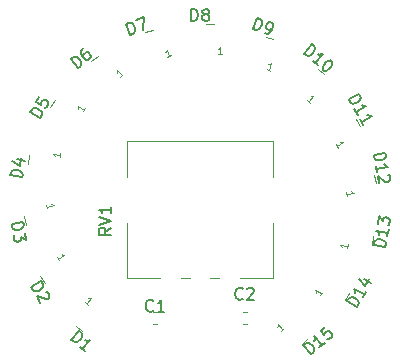
<source format=gbr>
%TF.GenerationSoftware,KiCad,Pcbnew,(5.1.6)-1*%
%TF.CreationDate,2021-02-02T19:23:23-08:00*%
%TF.ProjectId,DH_LEDRing,44485f4c-4544-4526-996e-672e6b696361,rev?*%
%TF.SameCoordinates,Original*%
%TF.FileFunction,Legend,Top*%
%TF.FilePolarity,Positive*%
%FSLAX46Y46*%
G04 Gerber Fmt 4.6, Leading zero omitted, Abs format (unit mm)*
G04 Created by KiCad (PCBNEW (5.1.6)-1) date 2021-02-02 19:23:23*
%MOMM*%
%LPD*%
G01*
G04 APERTURE LIST*
%ADD10C,0.120000*%
%ADD11C,0.150000*%
%ADD12C,0.100000*%
G04 APERTURE END LIST*
D10*
%TO.C,D5*%
X119696221Y-55510770D02*
X119346221Y-56116987D01*
%TO.C,D2*%
X118496221Y-70410770D02*
X118846221Y-71016987D01*
%TO.C,RV1*%
X125830000Y-70620000D02*
X125830000Y-65954000D01*
X125830000Y-62045000D02*
X125830000Y-59030000D01*
X138170000Y-70620000D02*
X138170000Y-65954000D01*
X138170000Y-62045000D02*
X138170000Y-59030000D01*
X125830000Y-70620000D02*
X128629000Y-70620000D01*
X130371000Y-70620000D02*
X131130000Y-70620000D01*
X132871000Y-70620000D02*
X133630000Y-70620000D01*
X135370000Y-70620000D02*
X138170000Y-70620000D01*
X125830000Y-59030000D02*
X138170000Y-59030000D01*
%TO.C,D15*%
X140658282Y-76185407D02*
X141194513Y-75735456D01*
%TO.C,D14*%
X144303779Y-72489230D02*
X144653779Y-71883013D01*
%TO.C,D13*%
X146563738Y-67786492D02*
X146685292Y-67097126D01*
%TO.C,D12*%
X146882014Y-62594412D02*
X146760460Y-61905046D01*
%TO.C,D11*%
X145578779Y-57719134D02*
X145228779Y-57112917D01*
%TO.C,D10*%
X142496789Y-53357283D02*
X141960558Y-52907332D01*
%TO.C,D9*%
X138223731Y-50409005D02*
X137565947Y-50169590D01*
%TO.C,D8*%
X133200000Y-49100000D02*
X132500000Y-49100000D01*
%TO.C,D7*%
X128031531Y-49588156D02*
X127373746Y-49827570D01*
%TO.C,D6*%
X123341718Y-51814593D02*
X122805487Y-52264544D01*
%TO.C,D4*%
X117534742Y-60230873D02*
X117413188Y-60920239D01*
%TO.C,D3*%
X117117986Y-65405588D02*
X117239540Y-66094954D01*
%TO.C,D1*%
X121503211Y-74642717D02*
X122039442Y-75092668D01*
%TO.C,C2*%
X135950279Y-73490000D02*
X135624721Y-73490000D01*
X135950279Y-74510000D02*
X135624721Y-74510000D01*
%TO.C,C1*%
X128049721Y-74510000D02*
X128375279Y-74510000D01*
X128049721Y-73490000D02*
X128375279Y-73490000D01*
%TO.C,D5*%
D11*
X118504068Y-57060399D02*
X117638043Y-56560399D01*
X117757090Y-56354203D01*
X117869758Y-56254294D01*
X117999856Y-56219435D01*
X118106144Y-56225814D01*
X118294911Y-56279813D01*
X118418629Y-56351242D01*
X118559777Y-56487719D01*
X118618446Y-56576578D01*
X118653305Y-56706675D01*
X118623116Y-56854203D01*
X118504068Y-57060399D01*
X118376138Y-55281981D02*
X118138043Y-55694374D01*
X118526626Y-55973708D01*
X118509197Y-55908660D01*
X118515576Y-55802371D01*
X118634624Y-55596175D01*
X118723482Y-55537506D01*
X118788531Y-55520076D01*
X118894819Y-55526456D01*
X119101016Y-55645503D01*
X119159685Y-55734362D01*
X119177115Y-55799411D01*
X119170735Y-55905699D01*
X119051687Y-56111895D01*
X118962829Y-56170564D01*
X118897780Y-56187994D01*
D12*
X122258858Y-56215009D02*
X122087429Y-56511932D01*
X122173144Y-56363471D02*
X121653528Y-56063471D01*
X121699188Y-56155815D01*
X121720103Y-56233874D01*
X121716276Y-56297647D01*
%TO.C,D2*%
D11*
X117720521Y-71391981D02*
X118586547Y-70891981D01*
X118705595Y-71098177D01*
X118735784Y-71245705D01*
X118700924Y-71375802D01*
X118642255Y-71464661D01*
X118501107Y-71601138D01*
X118377390Y-71672567D01*
X118188623Y-71726565D01*
X118082335Y-71732945D01*
X117952237Y-71698086D01*
X117839569Y-71598177D01*
X117720521Y-71391981D01*
X118980259Y-71764386D02*
X119045308Y-71781816D01*
X119134166Y-71840485D01*
X119253214Y-72046681D01*
X119259593Y-72152969D01*
X119242164Y-72218018D01*
X119183494Y-72306877D01*
X119101016Y-72354496D01*
X118953488Y-72384685D01*
X118172902Y-72175528D01*
X118482426Y-72711639D01*
D12*
X120088730Y-69111932D02*
X119917301Y-68815009D01*
X120003015Y-68963471D02*
X120522631Y-68663471D01*
X120419829Y-68656841D01*
X120341770Y-68635925D01*
X120288455Y-68600724D01*
%TO.C,RV1*%
D11*
X124452380Y-66370238D02*
X123976190Y-66703571D01*
X124452380Y-66941666D02*
X123452380Y-66941666D01*
X123452380Y-66560714D01*
X123500000Y-66465476D01*
X123547619Y-66417857D01*
X123642857Y-66370238D01*
X123785714Y-66370238D01*
X123880952Y-66417857D01*
X123928571Y-66465476D01*
X123976190Y-66560714D01*
X123976190Y-66941666D01*
X123452380Y-66084523D02*
X124452380Y-65751190D01*
X123452380Y-65417857D01*
X124452380Y-64560714D02*
X124452380Y-65132142D01*
X124452380Y-64846428D02*
X123452380Y-64846428D01*
X123595238Y-64941666D01*
X123690476Y-65036904D01*
X123738095Y-65132142D01*
%TO.C,D15*%
X141394503Y-77085025D02*
X140751715Y-76318981D01*
X140934106Y-76165936D01*
X141074150Y-76110588D01*
X141208325Y-76122326D01*
X141306021Y-76164674D01*
X141464935Y-76279978D01*
X141556762Y-76389413D01*
X141642719Y-76565935D01*
X141667459Y-76669501D01*
X141655720Y-76803675D01*
X141576894Y-76931981D01*
X141394503Y-77085025D01*
X142561808Y-76105539D02*
X142124069Y-76472847D01*
X142342939Y-76289193D02*
X141700151Y-75523149D01*
X141719021Y-75693801D01*
X141707282Y-75827976D01*
X141664935Y-75925672D01*
X142612109Y-74757925D02*
X142247326Y-75064014D01*
X142516937Y-75459406D01*
X142522806Y-75392319D01*
X142565154Y-75294623D01*
X142747545Y-75141578D01*
X142851111Y-75116839D01*
X142918198Y-75122708D01*
X143015894Y-75165056D01*
X143168939Y-75347447D01*
X143193678Y-75451013D01*
X143187809Y-75518100D01*
X143145461Y-75615796D01*
X142963070Y-75768841D01*
X142859504Y-75793581D01*
X142792417Y-75787711D01*
D12*
X139102641Y-74842633D02*
X138839998Y-75063017D01*
X138971319Y-74952825D02*
X138585647Y-74493198D01*
X138596969Y-74595590D01*
X138589926Y-74676095D01*
X138564517Y-74734712D01*
%TO.C,D14*%
D11*
X145303287Y-73082792D02*
X144437262Y-72582792D01*
X144556309Y-72376596D01*
X144668977Y-72276687D01*
X144799075Y-72241828D01*
X144905363Y-72248208D01*
X145094130Y-72302206D01*
X145217848Y-72373635D01*
X145358995Y-72510112D01*
X145417664Y-72598971D01*
X145452524Y-72729068D01*
X145422335Y-72876596D01*
X145303287Y-73082792D01*
X146065192Y-71763134D02*
X145779478Y-72258006D01*
X145922335Y-72010570D02*
X145056309Y-71510570D01*
X145132408Y-71664478D01*
X145167268Y-71794575D01*
X145160888Y-71900863D01*
X145916413Y-70687494D02*
X146493763Y-71020827D01*
X145467451Y-70703214D02*
X145966993Y-71266553D01*
X146276517Y-70730442D01*
D12*
X142382698Y-71759495D02*
X142211269Y-72056418D01*
X142296984Y-71907957D02*
X141777368Y-71607957D01*
X141823028Y-71700301D01*
X141843943Y-71778360D01*
X141840116Y-71842133D01*
%TO.C,D13*%
D11*
X147705978Y-68002406D02*
X146721171Y-67828757D01*
X146762515Y-67594279D01*
X146834218Y-67461862D01*
X146944547Y-67384608D01*
X147046607Y-67354251D01*
X147242459Y-67340431D01*
X147383145Y-67365238D01*
X147562459Y-67445209D01*
X147647981Y-67508643D01*
X147725234Y-67618972D01*
X147747323Y-67767928D01*
X147705978Y-68002406D01*
X147970585Y-66501746D02*
X147871357Y-67064493D01*
X147920971Y-66783120D02*
X146936163Y-66609472D01*
X147060312Y-66728070D01*
X147137566Y-66838399D01*
X147167923Y-66940459D01*
X147043660Y-65999829D02*
X147151156Y-65390186D01*
X147468439Y-65784607D01*
X147493245Y-65643920D01*
X147556679Y-65558398D01*
X147611844Y-65519771D01*
X147713904Y-65489413D01*
X147948382Y-65530758D01*
X148033904Y-65594192D01*
X148072531Y-65649356D01*
X148102888Y-65751416D01*
X148053275Y-66032790D01*
X147989841Y-66118312D01*
X147934677Y-66156939D01*
D12*
X144508929Y-67757813D02*
X144449392Y-68095462D01*
X144479160Y-67926638D02*
X143888276Y-67822449D01*
X143962765Y-67893608D01*
X144009117Y-67959805D01*
X144027332Y-68021041D01*
%TO.C,D12*%
D11*
X146716482Y-60172069D02*
X147701289Y-59998420D01*
X147742634Y-60232899D01*
X147720546Y-60381854D01*
X147643292Y-60492183D01*
X147557770Y-60555617D01*
X147378457Y-60635588D01*
X147237770Y-60660395D01*
X147041918Y-60646576D01*
X146939858Y-60616218D01*
X146829529Y-60538965D01*
X146757827Y-60406547D01*
X146716482Y-60172069D01*
X146981088Y-61672728D02*
X146881861Y-61109981D01*
X146931475Y-61391354D02*
X147916282Y-61217706D01*
X147759058Y-61148722D01*
X147648729Y-61071469D01*
X147585295Y-60985946D01*
X147938257Y-61890783D02*
X147993421Y-61929409D01*
X148056855Y-62014932D01*
X148098200Y-62249410D01*
X148067842Y-62351470D01*
X148029215Y-62406634D01*
X147943693Y-62470068D01*
X147849902Y-62486606D01*
X147700946Y-62464517D01*
X147038971Y-62000997D01*
X147146468Y-62610640D01*
D12*
X144466243Y-63702164D02*
X144406706Y-63364515D01*
X144436475Y-63533340D02*
X145027359Y-63429151D01*
X144933024Y-63387760D01*
X144866827Y-63341408D01*
X144828767Y-63290095D01*
%TO.C,D11*%
D11*
X144594740Y-55499492D02*
X145460766Y-54999492D01*
X145579813Y-55205688D01*
X145610003Y-55353216D01*
X145575143Y-55483313D01*
X145516474Y-55572172D01*
X145375326Y-55708649D01*
X145251608Y-55780078D01*
X145062842Y-55834076D01*
X144956553Y-55840456D01*
X144826456Y-55805597D01*
X144713788Y-55705688D01*
X144594740Y-55499492D01*
X145356645Y-56819149D02*
X145070931Y-56324278D01*
X145213788Y-56571714D02*
X146079813Y-56071714D01*
X145908476Y-56060664D01*
X145778379Y-56025804D01*
X145689520Y-55967135D01*
X145832835Y-57643936D02*
X145547121Y-57149064D01*
X145689978Y-57396500D02*
X146556004Y-56896500D01*
X146384667Y-56885450D01*
X146254569Y-56850590D01*
X146165711Y-56791921D01*
D12*
X143687570Y-59586322D02*
X143516141Y-59289399D01*
X143601855Y-59437861D02*
X144121471Y-59137861D01*
X144018669Y-59131231D01*
X143940610Y-59110315D01*
X143887295Y-59075114D01*
%TO.C,D10*%
D11*
X140812933Y-51608062D02*
X141455720Y-50842017D01*
X141638112Y-50995062D01*
X141716938Y-51123367D01*
X141728677Y-51257541D01*
X141703937Y-51361107D01*
X141617980Y-51537629D01*
X141526153Y-51647064D01*
X141367239Y-51762368D01*
X141269543Y-51804716D01*
X141135368Y-51816455D01*
X140995324Y-51761106D01*
X140812933Y-51608062D01*
X141980239Y-52587547D02*
X141542499Y-52220240D01*
X141761369Y-52403894D02*
X142404156Y-51637849D01*
X142239373Y-51686066D01*
X142105198Y-51697805D01*
X142001633Y-51673066D01*
X143097244Y-52219419D02*
X143170201Y-52280637D01*
X143212549Y-52378333D01*
X143218418Y-52445420D01*
X143193678Y-52548986D01*
X143107721Y-52725508D01*
X142954676Y-52907900D01*
X142795762Y-53023204D01*
X142698066Y-53065552D01*
X142630979Y-53071421D01*
X142527413Y-53046681D01*
X142454457Y-52985464D01*
X142412109Y-52887767D01*
X142406240Y-52820680D01*
X142430979Y-52717115D01*
X142516937Y-52540593D01*
X142669981Y-52358201D01*
X142828895Y-52242897D01*
X142926591Y-52200549D01*
X142993679Y-52194680D01*
X143097244Y-52219419D01*
D12*
X141358250Y-55758697D02*
X141095607Y-55538313D01*
X141226929Y-55648505D02*
X141612601Y-55188878D01*
X141513731Y-55217808D01*
X141433226Y-55224852D01*
X141371087Y-55210008D01*
%TO.C,D9*%
D11*
X136490628Y-49504054D02*
X136832649Y-48564361D01*
X137056385Y-48645795D01*
X137174340Y-48739402D01*
X137231261Y-48861470D01*
X137243435Y-48967251D01*
X137223036Y-49162527D01*
X137174176Y-49296769D01*
X137064282Y-49459471D01*
X136986961Y-49532679D01*
X136864893Y-49589600D01*
X136714365Y-49585487D01*
X136490628Y-49504054D01*
X137475068Y-49862361D02*
X137654057Y-49927508D01*
X137759839Y-49915334D01*
X137820873Y-49886873D01*
X137959227Y-49785205D01*
X138069121Y-49622502D01*
X138199414Y-49264524D01*
X138187241Y-49158743D01*
X138158780Y-49097709D01*
X138085572Y-49020388D01*
X137906583Y-48955242D01*
X137800802Y-48967416D01*
X137739768Y-48995876D01*
X137662447Y-49069084D01*
X137581014Y-49292820D01*
X137593188Y-49398602D01*
X137621648Y-49459636D01*
X137694856Y-49536956D01*
X137873845Y-49602103D01*
X137979627Y-49589929D01*
X138040660Y-49561468D01*
X138117981Y-49488260D01*
D12*
X137975187Y-53054999D02*
X137653006Y-52937735D01*
X137814096Y-52996367D02*
X138019309Y-52432551D01*
X137936296Y-52493552D01*
X137863055Y-52527705D01*
X137799586Y-52535009D01*
%TO.C,D8*%
D11*
X131261904Y-48842380D02*
X131261904Y-47842380D01*
X131500000Y-47842380D01*
X131642857Y-47890000D01*
X131738095Y-47985238D01*
X131785714Y-48080476D01*
X131833333Y-48270952D01*
X131833333Y-48413809D01*
X131785714Y-48604285D01*
X131738095Y-48699523D01*
X131642857Y-48794761D01*
X131500000Y-48842380D01*
X131261904Y-48842380D01*
X132404761Y-48270952D02*
X132309523Y-48223333D01*
X132261904Y-48175714D01*
X132214285Y-48080476D01*
X132214285Y-48032857D01*
X132261904Y-47937619D01*
X132309523Y-47890000D01*
X132404761Y-47842380D01*
X132595238Y-47842380D01*
X132690476Y-47890000D01*
X132738095Y-47937619D01*
X132785714Y-48032857D01*
X132785714Y-48080476D01*
X132738095Y-48175714D01*
X132690476Y-48223333D01*
X132595238Y-48270952D01*
X132404761Y-48270952D01*
X132309523Y-48318571D01*
X132261904Y-48366190D01*
X132214285Y-48461428D01*
X132214285Y-48651904D01*
X132261904Y-48747142D01*
X132309523Y-48794761D01*
X132404761Y-48842380D01*
X132595238Y-48842380D01*
X132690476Y-48794761D01*
X132738095Y-48747142D01*
X132785714Y-48651904D01*
X132785714Y-48461428D01*
X132738095Y-48366190D01*
X132690476Y-48318571D01*
X132595238Y-48270952D01*
D12*
X133871428Y-51671428D02*
X133528571Y-51671428D01*
X133700000Y-51671428D02*
X133700000Y-51071428D01*
X133642857Y-51157142D01*
X133585714Y-51214285D01*
X133528571Y-51242857D01*
%TO.C,D7*%
D11*
X126122205Y-50008941D02*
X125780185Y-49069248D01*
X126003921Y-48987815D01*
X126154450Y-48983702D01*
X126276518Y-49040623D01*
X126353838Y-49113831D01*
X126463732Y-49276534D01*
X126512592Y-49410775D01*
X126532992Y-49606051D01*
X126520818Y-49711832D01*
X126463897Y-49833900D01*
X126345942Y-49927508D01*
X126122205Y-50008941D01*
X126630383Y-48759802D02*
X127256845Y-48531788D01*
X127196140Y-49618061D01*
D12*
X129541948Y-51774866D02*
X129219767Y-51892130D01*
X129380858Y-51833498D02*
X129175645Y-51269682D01*
X129151265Y-51369771D01*
X129117112Y-51443012D01*
X129073187Y-51489405D01*
%TO.C,D6*%
D11*
X121691456Y-52863028D02*
X121048668Y-52096983D01*
X121231060Y-51943939D01*
X121371103Y-51888590D01*
X121505278Y-51900329D01*
X121602974Y-51942677D01*
X121761888Y-52057981D01*
X121853715Y-52167416D01*
X121939672Y-52343938D01*
X121964412Y-52447504D01*
X121952673Y-52581678D01*
X121873847Y-52709983D01*
X121691456Y-52863028D01*
X122143017Y-51178715D02*
X121997104Y-51301151D01*
X121954756Y-51398847D01*
X121948887Y-51465935D01*
X121967757Y-51636587D01*
X122053715Y-51813110D01*
X122298586Y-52104936D01*
X122396282Y-52147284D01*
X122463369Y-52153153D01*
X122566935Y-52128413D01*
X122712848Y-52005978D01*
X122755196Y-51908282D01*
X122761065Y-51841194D01*
X122736326Y-51737629D01*
X122583281Y-51555237D01*
X122485585Y-51512890D01*
X122418498Y-51507020D01*
X122314932Y-51531760D01*
X122169019Y-51654195D01*
X122126671Y-51751892D01*
X122120802Y-51818979D01*
X122145541Y-51922544D01*
D12*
X125508943Y-53352835D02*
X125246300Y-53573219D01*
X125377621Y-53463027D02*
X124991949Y-53003400D01*
X125003271Y-53105792D01*
X124996228Y-53186297D01*
X124970819Y-53244914D01*
%TO.C,D4*%
D11*
X116944490Y-62094789D02*
X115959682Y-61921140D01*
X116001027Y-61686662D01*
X116072729Y-61554244D01*
X116183059Y-61476991D01*
X116285119Y-61446633D01*
X116480970Y-61432814D01*
X116621657Y-61457621D01*
X116800970Y-61537592D01*
X116886493Y-61601026D01*
X116963746Y-61711355D01*
X116985835Y-61860311D01*
X116944490Y-62094789D01*
X116536020Y-60572155D02*
X117192559Y-60687920D01*
X116119511Y-60740481D02*
X116781600Y-61098994D01*
X116889096Y-60489351D01*
D12*
X120183697Y-60016168D02*
X120124160Y-60353817D01*
X120153928Y-60184993D02*
X119563044Y-60080804D01*
X119637533Y-60151963D01*
X119683885Y-60218160D01*
X119702100Y-60279396D01*
%TO.C,D3*%
D11*
X116053473Y-66062321D02*
X117038281Y-65888673D01*
X117079626Y-66123151D01*
X117057537Y-66272106D01*
X116980284Y-66382435D01*
X116894762Y-66445869D01*
X116715448Y-66525840D01*
X116574761Y-66550647D01*
X116378910Y-66536828D01*
X116276850Y-66506470D01*
X116166521Y-66429217D01*
X116094818Y-66296799D01*
X116053473Y-66062321D01*
X117195391Y-66779689D02*
X117302888Y-67389332D01*
X116869840Y-67127214D01*
X116894647Y-67267901D01*
X116864289Y-67369961D01*
X116825663Y-67425126D01*
X116740141Y-67488560D01*
X116505663Y-67529904D01*
X116403602Y-67499547D01*
X116348438Y-67460920D01*
X116285004Y-67375398D01*
X116235390Y-67094024D01*
X116265748Y-66991964D01*
X116304375Y-66936799D01*
D12*
X119058683Y-64729750D02*
X118999146Y-64392101D01*
X119028915Y-64560926D02*
X119619799Y-64456737D01*
X119525464Y-64415346D01*
X119459267Y-64368994D01*
X119421207Y-64317681D01*
%TO.C,D1*%
D11*
X121109886Y-75830059D02*
X121752673Y-75064014D01*
X121935065Y-75217059D01*
X122013891Y-75345364D01*
X122025630Y-75479539D01*
X122000890Y-75583104D01*
X121914933Y-75759626D01*
X121823106Y-75869061D01*
X121664192Y-75984366D01*
X121566496Y-76026713D01*
X121432321Y-76038452D01*
X121292277Y-75983104D01*
X121109886Y-75830059D01*
X122277192Y-76809545D02*
X121839452Y-76442238D01*
X122058322Y-76625891D02*
X122701109Y-75859847D01*
X122536326Y-75908064D01*
X122402152Y-75919803D01*
X122298586Y-75895063D01*
D12*
X122555450Y-72877539D02*
X122292807Y-72657155D01*
X122424129Y-72767347D02*
X122809801Y-72307720D01*
X122710931Y-72336650D01*
X122630426Y-72343694D01*
X122568287Y-72328850D01*
%TO.C,C2*%
D11*
X135620833Y-72357142D02*
X135573214Y-72404761D01*
X135430357Y-72452380D01*
X135335119Y-72452380D01*
X135192261Y-72404761D01*
X135097023Y-72309523D01*
X135049404Y-72214285D01*
X135001785Y-72023809D01*
X135001785Y-71880952D01*
X135049404Y-71690476D01*
X135097023Y-71595238D01*
X135192261Y-71500000D01*
X135335119Y-71452380D01*
X135430357Y-71452380D01*
X135573214Y-71500000D01*
X135620833Y-71547619D01*
X136001785Y-71547619D02*
X136049404Y-71500000D01*
X136144642Y-71452380D01*
X136382738Y-71452380D01*
X136477976Y-71500000D01*
X136525595Y-71547619D01*
X136573214Y-71642857D01*
X136573214Y-71738095D01*
X136525595Y-71880952D01*
X135954166Y-72452380D01*
X136573214Y-72452380D01*
%TO.C,C1*%
X128045833Y-73357142D02*
X127998214Y-73404761D01*
X127855357Y-73452380D01*
X127760119Y-73452380D01*
X127617261Y-73404761D01*
X127522023Y-73309523D01*
X127474404Y-73214285D01*
X127426785Y-73023809D01*
X127426785Y-72880952D01*
X127474404Y-72690476D01*
X127522023Y-72595238D01*
X127617261Y-72500000D01*
X127760119Y-72452380D01*
X127855357Y-72452380D01*
X127998214Y-72500000D01*
X128045833Y-72547619D01*
X128998214Y-73452380D02*
X128426785Y-73452380D01*
X128712500Y-73452380D02*
X128712500Y-72452380D01*
X128617261Y-72595238D01*
X128522023Y-72690476D01*
X128426785Y-72738095D01*
%TD*%
M02*

</source>
